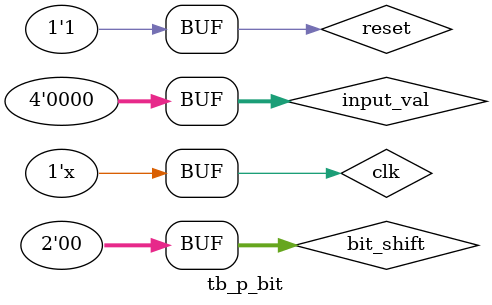
<source format=v>
`include "../systems.v"

`timescale 1ns / 1ps

module tb_p_bit;

    // Parameters
    parameter CLK_PERIOD = 10;
    parameter RESET_PERIOD = 50;

    // Inputs
    reg clk;
    reg reset;
    reg signed [3:0] input_val;
    reg [1:0] bit_shift;

    // Outputs
    wire out;

    // Instantiate the unit under test (UUT)
    p_bit UUT (
        .clk(clk),
        .reset(reset),
        .input_val(input_val),
        .bit_shift(bit_shift),
        .out(out)
    );

    // Clock process definitions
    always begin
        #CLK_PERIOD clk = ~clk;
    end

    // Stimulus process
    initial begin
        // Initialize inputs
        clk = 0;
        reset = 1;
        input_val = 4'b0000;
        bit_shift = 2'b00;
    end

endmodule
</source>
